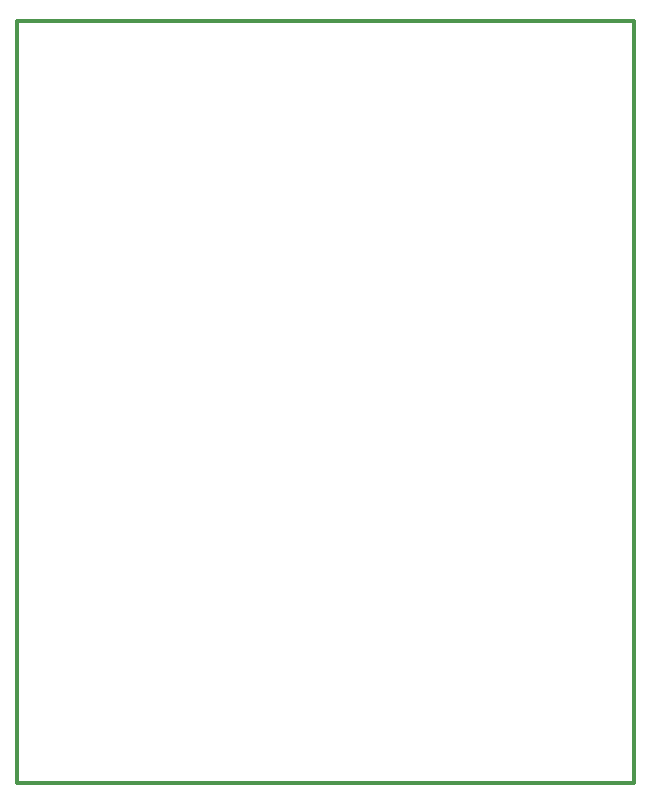
<source format=gm1>
G04*
G04 #@! TF.GenerationSoftware,Altium Limited,Altium Designer,19.0.12 (326)*
G04*
G04 Layer_Color=16711935*
%FSLAX25Y25*%
%MOIN*%
G70*
G01*
G75*
%ADD12C,0.01181*%
D12*
X0Y0D02*
Y254000D01*
X205500D01*
Y0D02*
Y254000D01*
X0Y0D02*
X205500D01*
X0D02*
Y254000D01*
X205500D01*
Y0D02*
Y254000D01*
X0Y0D02*
X205500D01*
M02*

</source>
